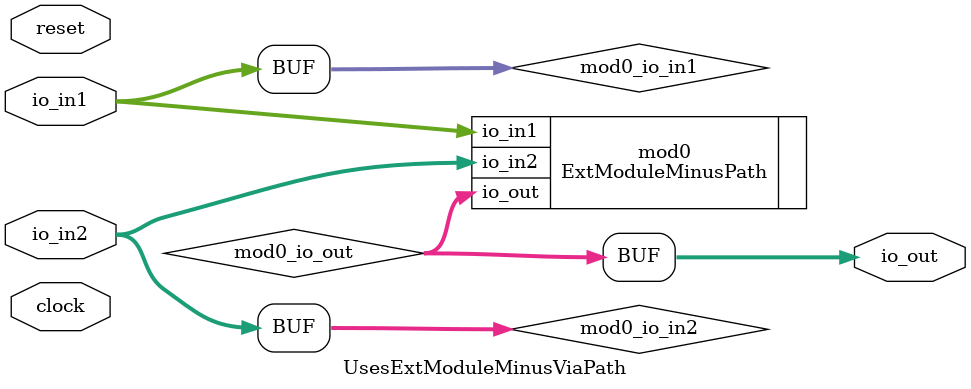
<source format=v>
module UsesExtModuleMinusViaPath(
  input         clock,
  input         reset,
  input  [15:0] io_in1,
  input  [15:0] io_in2,
  output [15:0] io_out
);
  wire [15:0] mod0_io_in1; // @[ExtModuleImpl.scala 91:20]
  wire [15:0] mod0_io_in2; // @[ExtModuleImpl.scala 91:20]
  wire [15:0] mod0_io_out; // @[ExtModuleImpl.scala 91:20]
  ExtModuleMinusPath mod0 ( // @[ExtModuleImpl.scala 91:20]
    .io_in1(mod0_io_in1),
    .io_in2(mod0_io_in2),
    .io_out(mod0_io_out)
  );
  assign io_out = mod0_io_out; // @[ExtModuleImpl.scala 95:10]
  assign mod0_io_in1 = io_in1; // @[ExtModuleImpl.scala 93:15]
  assign mod0_io_in2 = io_in2; // @[ExtModuleImpl.scala 94:15]
endmodule

</source>
